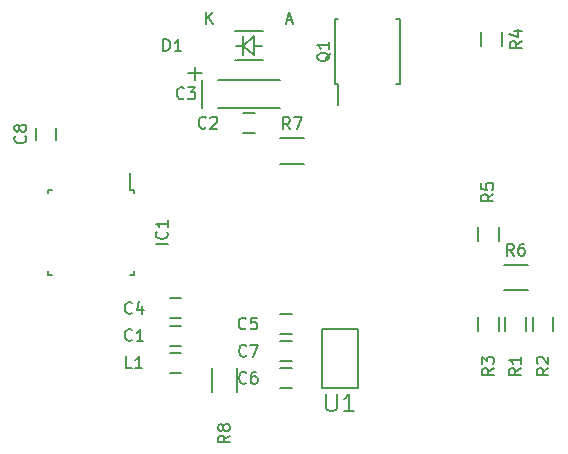
<source format=gbr>
G04 #@! TF.FileFunction,Legend,Top*
%FSLAX46Y46*%
G04 Gerber Fmt 4.6, Leading zero omitted, Abs format (unit mm)*
G04 Created by KiCad (PCBNEW (2015-04-05 BZR 5577)-product) date Ne 27. září 2015, 11:55:30 CEST*
%MOMM*%
G01*
G04 APERTURE LIST*
%ADD10C,0.100000*%
%ADD11C,0.150000*%
G04 APERTURE END LIST*
D10*
D11*
X195445000Y-103350000D02*
X195745000Y-103350000D01*
X195445000Y-97850000D02*
X195745000Y-97850000D01*
X200955000Y-97850000D02*
X200655000Y-97850000D01*
X200955000Y-103350000D02*
X200655000Y-103350000D01*
X195445000Y-103350000D02*
X195445000Y-97850000D01*
X200955000Y-103350000D02*
X200955000Y-97850000D01*
X195745000Y-103350000D02*
X195745000Y-105100000D01*
X182480000Y-123800000D02*
X181480000Y-123800000D01*
X181480000Y-125500000D02*
X182480000Y-125500000D01*
X188715700Y-105827200D02*
X187715700Y-105827200D01*
X187715700Y-107527200D02*
X188715700Y-107527200D01*
X182480000Y-121500000D02*
X181480000Y-121500000D01*
X181480000Y-123200000D02*
X182480000Y-123200000D01*
X190830000Y-124525000D02*
X191830000Y-124525000D01*
X191830000Y-122825000D02*
X190830000Y-122825000D01*
X190840000Y-129120000D02*
X191840000Y-129120000D01*
X191840000Y-127420000D02*
X190840000Y-127420000D01*
X190840000Y-126830000D02*
X191840000Y-126830000D01*
X191840000Y-125130000D02*
X190840000Y-125130000D01*
X178442900Y-112294600D02*
X178117900Y-112294600D01*
X178442900Y-119544600D02*
X178117900Y-119544600D01*
X171192900Y-119544600D02*
X171517900Y-119544600D01*
X171192900Y-112294600D02*
X171517900Y-112294600D01*
X178442900Y-112294600D02*
X178442900Y-112619600D01*
X171192900Y-112294600D02*
X171192900Y-112619600D01*
X171192900Y-119544600D02*
X171192900Y-119219600D01*
X178442900Y-119544600D02*
X178442900Y-119219600D01*
X178117900Y-112294600D02*
X178117900Y-110869600D01*
X182480000Y-126100000D02*
X181480000Y-126100000D01*
X181480000Y-127800000D02*
X182480000Y-127800000D01*
X197400000Y-124080000D02*
X197400000Y-129080000D01*
X197400000Y-129080000D02*
X194400000Y-129080000D01*
X194400000Y-129080000D02*
X194400000Y-124080000D01*
X194400000Y-124080000D02*
X197400000Y-124080000D01*
X185619040Y-105378880D02*
X190820960Y-105378880D01*
X190820960Y-102981120D02*
X185619040Y-102981120D01*
X183620060Y-101881300D02*
X183620060Y-102981120D01*
X183020620Y-102381680D02*
X184219500Y-102381680D01*
X184224580Y-102981120D02*
X184224580Y-105378880D01*
X188618780Y-100100000D02*
X189319820Y-100100000D01*
X187668820Y-100100000D02*
X187120180Y-100100000D01*
X187668820Y-100100000D02*
X187668820Y-100900100D01*
X187668820Y-100100000D02*
X187668820Y-99299900D01*
X187668820Y-100100000D02*
X188618780Y-99299900D01*
X188618780Y-99299900D02*
X188618780Y-100900100D01*
X188618780Y-100900100D02*
X187668820Y-100100000D01*
X187120180Y-98850320D02*
X187021120Y-98850320D01*
X187120180Y-101349680D02*
X187021120Y-101349680D01*
X189418880Y-98850320D02*
X187069380Y-98850320D01*
X189418880Y-101349680D02*
X187170980Y-101349680D01*
X209905000Y-124280000D02*
X209905000Y-123080000D01*
X211655000Y-123080000D02*
X211655000Y-124280000D01*
X212225000Y-124280000D02*
X212225000Y-123080000D01*
X213975000Y-123080000D02*
X213975000Y-124280000D01*
X207615000Y-124290000D02*
X207615000Y-123090000D01*
X209365000Y-123090000D02*
X209365000Y-124290000D01*
X209615000Y-98960000D02*
X209615000Y-100160000D01*
X207865000Y-100160000D02*
X207865000Y-98960000D01*
X209355000Y-115470000D02*
X209355000Y-116670000D01*
X207605000Y-116670000D02*
X207605000Y-115470000D01*
X211790000Y-120805000D02*
X209790000Y-120805000D01*
X209790000Y-118655000D02*
X211790000Y-118655000D01*
X192840000Y-110095000D02*
X190840000Y-110095000D01*
X190840000Y-107945000D02*
X192840000Y-107945000D01*
X185065000Y-129390000D02*
X185065000Y-127390000D01*
X187215000Y-127390000D02*
X187215000Y-129390000D01*
X170140000Y-107090000D02*
X170140000Y-108090000D01*
X171840000Y-108090000D02*
X171840000Y-107090000D01*
X195067619Y-100695238D02*
X195020000Y-100790476D01*
X194924762Y-100885714D01*
X194781905Y-101028571D01*
X194734286Y-101123810D01*
X194734286Y-101219048D01*
X194972381Y-101171429D02*
X194924762Y-101266667D01*
X194829524Y-101361905D01*
X194639048Y-101409524D01*
X194305714Y-101409524D01*
X194115238Y-101361905D01*
X194020000Y-101266667D01*
X193972381Y-101171429D01*
X193972381Y-100980952D01*
X194020000Y-100885714D01*
X194115238Y-100790476D01*
X194305714Y-100742857D01*
X194639048Y-100742857D01*
X194829524Y-100790476D01*
X194924762Y-100885714D01*
X194972381Y-100980952D01*
X194972381Y-101171429D01*
X194972381Y-99790476D02*
X194972381Y-100361905D01*
X194972381Y-100076191D02*
X193972381Y-100076191D01*
X194115238Y-100171429D01*
X194210476Y-100266667D01*
X194258095Y-100361905D01*
X178313334Y-125017143D02*
X178265715Y-125064762D01*
X178122858Y-125112381D01*
X178027620Y-125112381D01*
X177884762Y-125064762D01*
X177789524Y-124969524D01*
X177741905Y-124874286D01*
X177694286Y-124683810D01*
X177694286Y-124540952D01*
X177741905Y-124350476D01*
X177789524Y-124255238D01*
X177884762Y-124160000D01*
X178027620Y-124112381D01*
X178122858Y-124112381D01*
X178265715Y-124160000D01*
X178313334Y-124207619D01*
X179265715Y-125112381D02*
X178694286Y-125112381D01*
X178980000Y-125112381D02*
X178980000Y-124112381D01*
X178884762Y-124255238D01*
X178789524Y-124350476D01*
X178694286Y-124398095D01*
X184549034Y-107034343D02*
X184501415Y-107081962D01*
X184358558Y-107129581D01*
X184263320Y-107129581D01*
X184120462Y-107081962D01*
X184025224Y-106986724D01*
X183977605Y-106891486D01*
X183929986Y-106701010D01*
X183929986Y-106558152D01*
X183977605Y-106367676D01*
X184025224Y-106272438D01*
X184120462Y-106177200D01*
X184263320Y-106129581D01*
X184358558Y-106129581D01*
X184501415Y-106177200D01*
X184549034Y-106224819D01*
X184929986Y-106224819D02*
X184977605Y-106177200D01*
X185072843Y-106129581D01*
X185310939Y-106129581D01*
X185406177Y-106177200D01*
X185453796Y-106224819D01*
X185501415Y-106320057D01*
X185501415Y-106415295D01*
X185453796Y-106558152D01*
X184882367Y-107129581D01*
X185501415Y-107129581D01*
X178313334Y-122717143D02*
X178265715Y-122764762D01*
X178122858Y-122812381D01*
X178027620Y-122812381D01*
X177884762Y-122764762D01*
X177789524Y-122669524D01*
X177741905Y-122574286D01*
X177694286Y-122383810D01*
X177694286Y-122240952D01*
X177741905Y-122050476D01*
X177789524Y-121955238D01*
X177884762Y-121860000D01*
X178027620Y-121812381D01*
X178122858Y-121812381D01*
X178265715Y-121860000D01*
X178313334Y-121907619D01*
X179170477Y-122145714D02*
X179170477Y-122812381D01*
X178932381Y-121764762D02*
X178694286Y-122479048D01*
X179313334Y-122479048D01*
X187953334Y-124027143D02*
X187905715Y-124074762D01*
X187762858Y-124122381D01*
X187667620Y-124122381D01*
X187524762Y-124074762D01*
X187429524Y-123979524D01*
X187381905Y-123884286D01*
X187334286Y-123693810D01*
X187334286Y-123550952D01*
X187381905Y-123360476D01*
X187429524Y-123265238D01*
X187524762Y-123170000D01*
X187667620Y-123122381D01*
X187762858Y-123122381D01*
X187905715Y-123170000D01*
X187953334Y-123217619D01*
X188858096Y-123122381D02*
X188381905Y-123122381D01*
X188334286Y-123598571D01*
X188381905Y-123550952D01*
X188477143Y-123503333D01*
X188715239Y-123503333D01*
X188810477Y-123550952D01*
X188858096Y-123598571D01*
X188905715Y-123693810D01*
X188905715Y-123931905D01*
X188858096Y-124027143D01*
X188810477Y-124074762D01*
X188715239Y-124122381D01*
X188477143Y-124122381D01*
X188381905Y-124074762D01*
X188334286Y-124027143D01*
X187973334Y-128627143D02*
X187925715Y-128674762D01*
X187782858Y-128722381D01*
X187687620Y-128722381D01*
X187544762Y-128674762D01*
X187449524Y-128579524D01*
X187401905Y-128484286D01*
X187354286Y-128293810D01*
X187354286Y-128150952D01*
X187401905Y-127960476D01*
X187449524Y-127865238D01*
X187544762Y-127770000D01*
X187687620Y-127722381D01*
X187782858Y-127722381D01*
X187925715Y-127770000D01*
X187973334Y-127817619D01*
X188830477Y-127722381D02*
X188640000Y-127722381D01*
X188544762Y-127770000D01*
X188497143Y-127817619D01*
X188401905Y-127960476D01*
X188354286Y-128150952D01*
X188354286Y-128531905D01*
X188401905Y-128627143D01*
X188449524Y-128674762D01*
X188544762Y-128722381D01*
X188735239Y-128722381D01*
X188830477Y-128674762D01*
X188878096Y-128627143D01*
X188925715Y-128531905D01*
X188925715Y-128293810D01*
X188878096Y-128198571D01*
X188830477Y-128150952D01*
X188735239Y-128103333D01*
X188544762Y-128103333D01*
X188449524Y-128150952D01*
X188401905Y-128198571D01*
X188354286Y-128293810D01*
X187973334Y-126337143D02*
X187925715Y-126384762D01*
X187782858Y-126432381D01*
X187687620Y-126432381D01*
X187544762Y-126384762D01*
X187449524Y-126289524D01*
X187401905Y-126194286D01*
X187354286Y-126003810D01*
X187354286Y-125860952D01*
X187401905Y-125670476D01*
X187449524Y-125575238D01*
X187544762Y-125480000D01*
X187687620Y-125432381D01*
X187782858Y-125432381D01*
X187925715Y-125480000D01*
X187973334Y-125527619D01*
X188306667Y-125432381D02*
X188973334Y-125432381D01*
X188544762Y-126432381D01*
X181320281Y-116895790D02*
X180320281Y-116895790D01*
X181225043Y-115848171D02*
X181272662Y-115895790D01*
X181320281Y-116038647D01*
X181320281Y-116133885D01*
X181272662Y-116276743D01*
X181177424Y-116371981D01*
X181082186Y-116419600D01*
X180891710Y-116467219D01*
X180748852Y-116467219D01*
X180558376Y-116419600D01*
X180463138Y-116371981D01*
X180367900Y-116276743D01*
X180320281Y-116133885D01*
X180320281Y-116038647D01*
X180367900Y-115895790D01*
X180415519Y-115848171D01*
X181320281Y-114895790D02*
X181320281Y-115467219D01*
X181320281Y-115181505D02*
X180320281Y-115181505D01*
X180463138Y-115276743D01*
X180558376Y-115371981D01*
X180605995Y-115467219D01*
X178303334Y-127412381D02*
X177827143Y-127412381D01*
X177827143Y-126412381D01*
X179160477Y-127412381D02*
X178589048Y-127412381D01*
X178874762Y-127412381D02*
X178874762Y-126412381D01*
X178779524Y-126555238D01*
X178684286Y-126650476D01*
X178589048Y-126698095D01*
X194757143Y-129558571D02*
X194757143Y-130772857D01*
X194828571Y-130915714D01*
X194900000Y-130987143D01*
X195042857Y-131058571D01*
X195328571Y-131058571D01*
X195471429Y-130987143D01*
X195542857Y-130915714D01*
X195614286Y-130772857D01*
X195614286Y-129558571D01*
X197114286Y-131058571D02*
X196257143Y-131058571D01*
X196685715Y-131058571D02*
X196685715Y-129558571D01*
X196542858Y-129772857D01*
X196400000Y-129915714D01*
X196257143Y-129987143D01*
X182693334Y-104537143D02*
X182645715Y-104584762D01*
X182502858Y-104632381D01*
X182407620Y-104632381D01*
X182264762Y-104584762D01*
X182169524Y-104489524D01*
X182121905Y-104394286D01*
X182074286Y-104203810D01*
X182074286Y-104060952D01*
X182121905Y-103870476D01*
X182169524Y-103775238D01*
X182264762Y-103680000D01*
X182407620Y-103632381D01*
X182502858Y-103632381D01*
X182645715Y-103680000D01*
X182693334Y-103727619D01*
X183026667Y-103632381D02*
X183645715Y-103632381D01*
X183312381Y-104013333D01*
X183455239Y-104013333D01*
X183550477Y-104060952D01*
X183598096Y-104108571D01*
X183645715Y-104203810D01*
X183645715Y-104441905D01*
X183598096Y-104537143D01*
X183550477Y-104584762D01*
X183455239Y-104632381D01*
X183169524Y-104632381D01*
X183074286Y-104584762D01*
X183026667Y-104537143D01*
X183239108Y-102450569D02*
X184001013Y-102450569D01*
X183620061Y-102831521D02*
X183620061Y-102069616D01*
X180961905Y-100552381D02*
X180961905Y-99552381D01*
X181200000Y-99552381D01*
X181342858Y-99600000D01*
X181438096Y-99695238D01*
X181485715Y-99790476D01*
X181533334Y-99980952D01*
X181533334Y-100123810D01*
X181485715Y-100314286D01*
X181438096Y-100409524D01*
X181342858Y-100504762D01*
X181200000Y-100552381D01*
X180961905Y-100552381D01*
X182485715Y-100552381D02*
X181914286Y-100552381D01*
X182200000Y-100552381D02*
X182200000Y-99552381D01*
X182104762Y-99695238D01*
X182009524Y-99790476D01*
X181914286Y-99838095D01*
X184548095Y-98252381D02*
X184548095Y-97252381D01*
X185119524Y-98252381D02*
X184690952Y-97680952D01*
X185119524Y-97252381D02*
X184548095Y-97823810D01*
X191391905Y-97966667D02*
X191868096Y-97966667D01*
X191296667Y-98252381D02*
X191630000Y-97252381D01*
X191963334Y-98252381D01*
X211232381Y-127406666D02*
X210756190Y-127740000D01*
X211232381Y-127978095D02*
X210232381Y-127978095D01*
X210232381Y-127597142D01*
X210280000Y-127501904D01*
X210327619Y-127454285D01*
X210422857Y-127406666D01*
X210565714Y-127406666D01*
X210660952Y-127454285D01*
X210708571Y-127501904D01*
X210756190Y-127597142D01*
X210756190Y-127978095D01*
X211232381Y-126454285D02*
X211232381Y-127025714D01*
X211232381Y-126740000D02*
X210232381Y-126740000D01*
X210375238Y-126835238D01*
X210470476Y-126930476D01*
X210518095Y-127025714D01*
X213552381Y-127406666D02*
X213076190Y-127740000D01*
X213552381Y-127978095D02*
X212552381Y-127978095D01*
X212552381Y-127597142D01*
X212600000Y-127501904D01*
X212647619Y-127454285D01*
X212742857Y-127406666D01*
X212885714Y-127406666D01*
X212980952Y-127454285D01*
X213028571Y-127501904D01*
X213076190Y-127597142D01*
X213076190Y-127978095D01*
X212647619Y-127025714D02*
X212600000Y-126978095D01*
X212552381Y-126882857D01*
X212552381Y-126644761D01*
X212600000Y-126549523D01*
X212647619Y-126501904D01*
X212742857Y-126454285D01*
X212838095Y-126454285D01*
X212980952Y-126501904D01*
X213552381Y-127073333D01*
X213552381Y-126454285D01*
X208942381Y-127406666D02*
X208466190Y-127740000D01*
X208942381Y-127978095D02*
X207942381Y-127978095D01*
X207942381Y-127597142D01*
X207990000Y-127501904D01*
X208037619Y-127454285D01*
X208132857Y-127406666D01*
X208275714Y-127406666D01*
X208370952Y-127454285D01*
X208418571Y-127501904D01*
X208466190Y-127597142D01*
X208466190Y-127978095D01*
X207942381Y-127073333D02*
X207942381Y-126454285D01*
X208323333Y-126787619D01*
X208323333Y-126644761D01*
X208370952Y-126549523D01*
X208418571Y-126501904D01*
X208513810Y-126454285D01*
X208751905Y-126454285D01*
X208847143Y-126501904D01*
X208894762Y-126549523D01*
X208942381Y-126644761D01*
X208942381Y-126930476D01*
X208894762Y-127025714D01*
X208847143Y-127073333D01*
X211292381Y-99726666D02*
X210816190Y-100060000D01*
X211292381Y-100298095D02*
X210292381Y-100298095D01*
X210292381Y-99917142D01*
X210340000Y-99821904D01*
X210387619Y-99774285D01*
X210482857Y-99726666D01*
X210625714Y-99726666D01*
X210720952Y-99774285D01*
X210768571Y-99821904D01*
X210816190Y-99917142D01*
X210816190Y-100298095D01*
X210625714Y-98869523D02*
X211292381Y-98869523D01*
X210244762Y-99107619D02*
X210959048Y-99345714D01*
X210959048Y-98726666D01*
X208882381Y-112676666D02*
X208406190Y-113010000D01*
X208882381Y-113248095D02*
X207882381Y-113248095D01*
X207882381Y-112867142D01*
X207930000Y-112771904D01*
X207977619Y-112724285D01*
X208072857Y-112676666D01*
X208215714Y-112676666D01*
X208310952Y-112724285D01*
X208358571Y-112771904D01*
X208406190Y-112867142D01*
X208406190Y-113248095D01*
X207882381Y-111771904D02*
X207882381Y-112248095D01*
X208358571Y-112295714D01*
X208310952Y-112248095D01*
X208263333Y-112152857D01*
X208263333Y-111914761D01*
X208310952Y-111819523D01*
X208358571Y-111771904D01*
X208453810Y-111724285D01*
X208691905Y-111724285D01*
X208787143Y-111771904D01*
X208834762Y-111819523D01*
X208882381Y-111914761D01*
X208882381Y-112152857D01*
X208834762Y-112248095D01*
X208787143Y-112295714D01*
X210623334Y-117882381D02*
X210290000Y-117406190D01*
X210051905Y-117882381D02*
X210051905Y-116882381D01*
X210432858Y-116882381D01*
X210528096Y-116930000D01*
X210575715Y-116977619D01*
X210623334Y-117072857D01*
X210623334Y-117215714D01*
X210575715Y-117310952D01*
X210528096Y-117358571D01*
X210432858Y-117406190D01*
X210051905Y-117406190D01*
X211480477Y-116882381D02*
X211290000Y-116882381D01*
X211194762Y-116930000D01*
X211147143Y-116977619D01*
X211051905Y-117120476D01*
X211004286Y-117310952D01*
X211004286Y-117691905D01*
X211051905Y-117787143D01*
X211099524Y-117834762D01*
X211194762Y-117882381D01*
X211385239Y-117882381D01*
X211480477Y-117834762D01*
X211528096Y-117787143D01*
X211575715Y-117691905D01*
X211575715Y-117453810D01*
X211528096Y-117358571D01*
X211480477Y-117310952D01*
X211385239Y-117263333D01*
X211194762Y-117263333D01*
X211099524Y-117310952D01*
X211051905Y-117358571D01*
X211004286Y-117453810D01*
X191673334Y-107172381D02*
X191340000Y-106696190D01*
X191101905Y-107172381D02*
X191101905Y-106172381D01*
X191482858Y-106172381D01*
X191578096Y-106220000D01*
X191625715Y-106267619D01*
X191673334Y-106362857D01*
X191673334Y-106505714D01*
X191625715Y-106600952D01*
X191578096Y-106648571D01*
X191482858Y-106696190D01*
X191101905Y-106696190D01*
X192006667Y-106172381D02*
X192673334Y-106172381D01*
X192244762Y-107172381D01*
X186592381Y-133116666D02*
X186116190Y-133450000D01*
X186592381Y-133688095D02*
X185592381Y-133688095D01*
X185592381Y-133307142D01*
X185640000Y-133211904D01*
X185687619Y-133164285D01*
X185782857Y-133116666D01*
X185925714Y-133116666D01*
X186020952Y-133164285D01*
X186068571Y-133211904D01*
X186116190Y-133307142D01*
X186116190Y-133688095D01*
X186020952Y-132545238D02*
X185973333Y-132640476D01*
X185925714Y-132688095D01*
X185830476Y-132735714D01*
X185782857Y-132735714D01*
X185687619Y-132688095D01*
X185640000Y-132640476D01*
X185592381Y-132545238D01*
X185592381Y-132354761D01*
X185640000Y-132259523D01*
X185687619Y-132211904D01*
X185782857Y-132164285D01*
X185830476Y-132164285D01*
X185925714Y-132211904D01*
X185973333Y-132259523D01*
X186020952Y-132354761D01*
X186020952Y-132545238D01*
X186068571Y-132640476D01*
X186116190Y-132688095D01*
X186211429Y-132735714D01*
X186401905Y-132735714D01*
X186497143Y-132688095D01*
X186544762Y-132640476D01*
X186592381Y-132545238D01*
X186592381Y-132354761D01*
X186544762Y-132259523D01*
X186497143Y-132211904D01*
X186401905Y-132164285D01*
X186211429Y-132164285D01*
X186116190Y-132211904D01*
X186068571Y-132259523D01*
X186020952Y-132354761D01*
X169247143Y-107756666D02*
X169294762Y-107804285D01*
X169342381Y-107947142D01*
X169342381Y-108042380D01*
X169294762Y-108185238D01*
X169199524Y-108280476D01*
X169104286Y-108328095D01*
X168913810Y-108375714D01*
X168770952Y-108375714D01*
X168580476Y-108328095D01*
X168485238Y-108280476D01*
X168390000Y-108185238D01*
X168342381Y-108042380D01*
X168342381Y-107947142D01*
X168390000Y-107804285D01*
X168437619Y-107756666D01*
X168770952Y-107185238D02*
X168723333Y-107280476D01*
X168675714Y-107328095D01*
X168580476Y-107375714D01*
X168532857Y-107375714D01*
X168437619Y-107328095D01*
X168390000Y-107280476D01*
X168342381Y-107185238D01*
X168342381Y-106994761D01*
X168390000Y-106899523D01*
X168437619Y-106851904D01*
X168532857Y-106804285D01*
X168580476Y-106804285D01*
X168675714Y-106851904D01*
X168723333Y-106899523D01*
X168770952Y-106994761D01*
X168770952Y-107185238D01*
X168818571Y-107280476D01*
X168866190Y-107328095D01*
X168961429Y-107375714D01*
X169151905Y-107375714D01*
X169247143Y-107328095D01*
X169294762Y-107280476D01*
X169342381Y-107185238D01*
X169342381Y-106994761D01*
X169294762Y-106899523D01*
X169247143Y-106851904D01*
X169151905Y-106804285D01*
X168961429Y-106804285D01*
X168866190Y-106851904D01*
X168818571Y-106899523D01*
X168770952Y-106994761D01*
M02*

</source>
